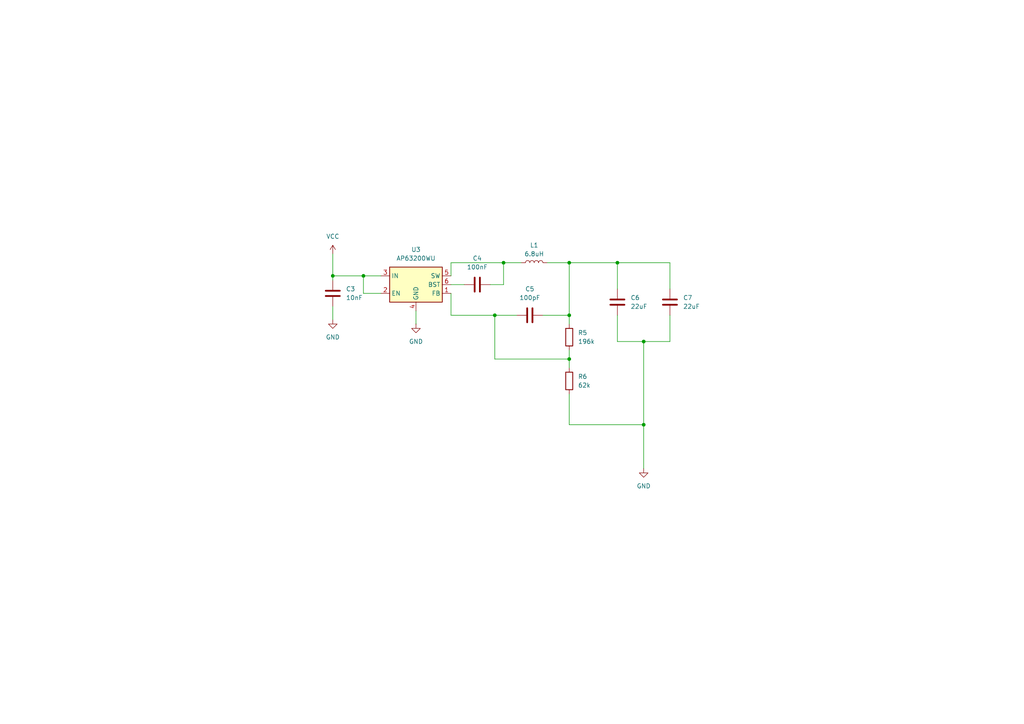
<source format=kicad_sch>
(kicad_sch (version 20250114) (generator "eeschema") (generator_version "9.0")
  (paper "A4")
  (lib_symbols
    (symbol "Device:C" (pin_numbers (hide yes)) (pin_names (offset 0.254))
      (property "Reference" "C" (at 0.635 2.54 0))
      (property "Value" "C" (at 0.635 -2.54 0))
      (symbol "C_0_1"
        (polyline (pts (xy -2.032 0.762) (xy 2.032 0.762)) (stroke (width 0.508)))
        (polyline (pts (xy -2.032 -0.762) (xy 2.032 -0.762)) (stroke (width 0.508)))
      )
      (symbol "C_1_1"
        (pin passive line (at 0 3.81 270) (length 2.794) (name "~") (number "1"))
        (pin passive line (at 0 -3.81 90) (length 2.794) (name "~") (number "2"))
      )
    )
    (symbol "Device:L" (pin_numbers (hide yes)) (pin_names (offset 1.016) (hide yes))
      (property "Reference" "L" (at -1.27 0 90))
      (property "Value" "L" (at 1.905 0 90))
      (symbol "L_0_1"
        (arc (start 0 2.54) (mid 0.6323 1.905) (end 0 1.27))
        (arc (start 0 1.27) (mid 0.6323 0.635) (end 0 0))
        (arc (start 0 0) (mid 0.6323 -0.635) (end 0 -1.27))
        (arc (start 0 -1.27) (mid 0.6323 -1.905) (end 0 -2.54))
      )
      (symbol "L_1_1"
        (pin passive line (at 0 3.81 270) (length 1.27) (name "1") (number "1"))
        (pin passive line (at 0 -3.81 90) (length 1.27) (name "2") (number "2"))
      )
    )
    (symbol "Device:R" (pin_numbers (hide yes)) (pin_names (offset 0))
      (property "Reference" "R" (at 2.032 0 90))
      (property "Value" "R" (at 0 0 90))
      (symbol "R_0_1"
        (rectangle (start -1.016 -2.54) (end 1.016 2.54) (stroke (width 0.254)))
      )
      (symbol "R_1_1"
        (pin passive line (at 0 3.81 270) (length 1.27) (name "~") (number "1"))
        (pin passive line (at 0 -3.81 90) (length 1.27) (name "~") (number "2"))
      )
    )
    (symbol "Regulator_Switching:AP63200WU"
      (property "Reference" "U" (at -7.62 6.35 0))
      (property "Value" "AP63200WU" (at 2.54 6.35 0))
      (symbol "AP63200WU_0_1"
        (rectangle (start -7.62 5.08) (end 7.62 -5.08) (stroke (width 0.254)) (fill (type background)))
      )
      (symbol "AP63200WU_1_1"
        (pin power_in line (at -10.16 2.54 0) (length 2.54) (name "IN") (number "3"))
        (pin input line (at -10.16 -2.54 0) (length 2.54) (name "EN") (number "2"))
        (pin power_in line (at 0 -7.62 90) (length 2.54) (name "GND") (number "4"))
        (pin output line (at 10.16 2.54 180) (length 2.54) (name "SW") (number "5"))
        (pin passive line (at 10.16 0 180) (length 2.54) (name "BST") (number "6"))
        (pin input line (at 10.16 -2.54 180) (length 2.54) (name "FB") (number "1"))
      )
    )
    (symbol "power:GND" (power) (pin_numbers (hide yes)) (pin_names (offset 0) (hide yes))
      (property "Value" "GND" (at 0 -3.81 0))
      (symbol "GND_0_1"
        (polyline (pts (xy 0 0) (xy 0 -1.27) (xy 1.27 -1.27) (xy 0 -2.54) (xy -1.27 -1.27) (xy 0 -1.27)))
      )
      (symbol "GND_1_1"
        (pin power_in line (at 0 0 270) (length 0) (name "~") (number "1"))
      )
    )
    (symbol "power:VCC" (power) (pin_numbers (hide yes)) (pin_names (offset 0) (hide yes))
      (property "Value" "VCC" (at 0 3.556 0))
      (symbol "VCC_0_1"
        (polyline (pts (xy -0.762 1.27) (xy 0 2.54)))
        (polyline (pts (xy 0 2.54) (xy 0.762 1.27)))
        (polyline (pts (xy 0 0) (xy 0 2.54)))
      )
      (symbol "VCC_1_1"
        (pin power_in line (at 0 0 90) (length 0) (name "~") (number "1"))
      )
    )
  )
  (junction (at 146.05 76.2))
  (junction (at 186.69 99.06))
  (junction (at 186.69 123.19))
  (junction (at 165.1 91.44))
  (junction (at 165.1 104.14))
  (junction (at 143.51 91.44))
  (junction (at 165.1 76.2))
  (junction (at 96.52 80.01))
  (junction (at 105.41 80.01))
  (junction (at 179.07 76.2))
  (wire (pts (xy 186.69 123.19) (xy 186.69 135.89)))
  (wire (pts (xy 194.31 99.06) (xy 194.31 91.44)))
  (wire (pts (xy 96.52 80.01) (xy 96.52 81.28)))
  (wire (pts (xy 165.1 114.3) (xy 165.1 123.19)))
  (wire (pts (xy 194.31 83.82) (xy 194.31 76.2)))
  (wire (pts (xy 179.07 99.06) (xy 186.69 99.06)))
  (wire (pts (xy 165.1 123.19) (xy 186.69 123.19)))
  (wire (pts (xy 143.51 91.44) (xy 149.86 91.44)))
  (wire (pts (xy 96.52 80.01) (xy 105.41 80.01)))
  (wire (pts (xy 186.69 99.06) (xy 186.69 123.19)))
  (wire (pts (xy 130.81 91.44) (xy 143.51 91.44)))
  (wire (pts (xy 105.41 80.01) (xy 110.49 80.01)))
  (wire (pts (xy 179.07 91.44) (xy 179.07 99.06)))
  (wire (pts (xy 146.05 82.55) (xy 142.24 82.55)))
  (wire (pts (xy 165.1 91.44) (xy 165.1 93.98)))
  (wire (pts (xy 96.52 73.66) (xy 96.52 80.01)))
  (wire (pts (xy 165.1 104.14) (xy 143.51 104.14)))
  (wire (pts (xy 158.75 76.2) (xy 165.1 76.2)))
  (wire (pts (xy 146.05 76.2) (xy 146.05 82.55)))
  (wire (pts (xy 179.07 76.2) (xy 165.1 76.2)))
  (wire (pts (xy 110.49 85.09) (xy 105.41 85.09)))
  (wire (pts (xy 120.65 90.17) (xy 120.65 93.98)))
  (wire (pts (xy 130.81 91.44) (xy 130.81 85.09)))
  (wire (pts (xy 157.48 91.44) (xy 165.1 91.44)))
  (wire (pts (xy 130.81 82.55) (xy 134.62 82.55)))
  (wire (pts (xy 165.1 101.6) (xy 165.1 104.14)))
  (wire (pts (xy 186.69 99.06) (xy 194.31 99.06)))
  (wire (pts (xy 105.41 85.09) (xy 105.41 80.01)))
  (wire (pts (xy 165.1 106.68) (xy 165.1 104.14)))
  (wire (pts (xy 96.52 88.9) (xy 96.52 92.71)))
  (wire (pts (xy 146.05 76.2) (xy 151.13 76.2)))
  (wire (pts (xy 130.81 76.2) (xy 146.05 76.2)))
  (wire (pts (xy 194.31 76.2) (xy 179.07 76.2)))
  (wire (pts (xy 179.07 83.82) (xy 179.07 76.2)))
  (wire (pts (xy 165.1 76.2) (xy 165.1 91.44)))
  (wire (pts (xy 130.81 80.01) (xy 130.81 76.2)))
  (wire (pts (xy 143.51 104.14) (xy 143.51 91.44)))
  (symbol (lib_id "Device:C") (at 138.43 82.55 90) (unit 1)
    (property "Reference" "C4" (at 138.43 74.93 90))
    (property "Value" "100nF" (at 138.43 77.47 90))
    (property "Description" "Unpolarized capacitor" (effects (hide yes)))
  )
  (symbol (lib_id "power:GND") (at 186.69 135.89 0) (unit 1)
    (property "Reference" "#PWR022" (effects (hide yes)))
    (property "Value" "GND" (at 186.69 140.97 0))
    (property "Description" "Power symbol creates a global label with name \"GND\" , ground" (effects (hide yes)))
  )
  (symbol (lib_id "Device:R") (at 165.1 110.49 0) (unit 1)
    (property "Reference" "R6" (at 167.64 109.2199 0) (effects (justify left)))
    (property "Value" "62k" (at 167.64 111.7599 0) (effects (justify left)))
    (property "Description" "Resistor" (effects (hide yes)))
  )
  (symbol (lib_id "Device:L") (at 154.94 76.2 90) (unit 1)
    (property "Reference" "L1" (at 154.94 71.12 90))
    (property "Value" "6.8uH" (at 154.94 73.66 90))
    (property "Description" "Inductor" (effects (hide yes)))
  )
  (symbol (lib_id "Device:C") (at 179.07 87.63 0) (unit 1)
    (property "Reference" "C6" (at 182.88 86.3599 0) (effects (justify left)))
    (property "Value" "22uF" (at 182.88 88.8999 0) (effects (justify left)))
    (property "Description" "Unpolarized capacitor" (effects (hide yes)))
  )
  (symbol (lib_id "power:GND") (at 96.52 92.71 0) (unit 1)
    (property "Reference" "#PWR020" (effects (hide yes)))
    (property "Value" "GND" (at 96.52 97.79 0))
    (property "Description" "Power symbol creates a global label with name \"GND\" , ground" (effects (hide yes)))
  )
  (symbol (lib_id "Device:R") (at 165.1 97.79 0) (unit 1)
    (property "Reference" "R5" (at 167.64 96.5199 0) (effects (justify left)))
    (property "Value" "196k" (at 167.64 99.0599 0) (effects (justify left)))
    (property "Description" "Resistor" (effects (hide yes)))
  )
  (symbol (lib_id "power:VCC") (at 96.52 73.66 0) (unit 1)
    (property "Reference" "#PWR019" (effects (hide yes)))
    (property "Value" "VCC" (at 96.52 68.58 0))
    (property "Description" "Power symbol creates a global label with name \"VCC\"" (effects (hide yes)))
  )
  (symbol (lib_id "Device:C") (at 153.67 91.44 90) (unit 1)
    (property "Reference" "C5" (at 153.67 83.82 90))
    (property "Value" "100pF" (at 153.67 86.36 90))
    (property "Description" "Unpolarized capacitor" (effects (hide yes)))
  )
  (symbol (lib_id "power:GND") (at 120.65 93.98 0) (unit 1)
    (property "Reference" "#PWR021" (effects (hide yes)))
    (property "Value" "GND" (at 120.65 99.06 0))
    (property "Description" "Power symbol creates a global label with name \"GND\" , ground" (effects (hide yes)))
  )
  (symbol (lib_id "Device:C") (at 194.31 87.63 180) (unit 1)
    (property "Reference" "C7" (at 198.12 86.3599 0) (effects (justify right)))
    (property "Value" "22uF" (at 198.12 88.8999 0) (effects (justify right)))
    (property "Description" "Unpolarized capacitor" (effects (hide yes)))
  )
  (symbol (lib_id "Regulator_Switching:AP63200WU") (at 120.65 82.55 0) (unit 1)
    (property "Reference" "U3" (at 120.65 72.39 0))
    (property "Value" "AP63200WU" (at 120.65 74.93 0))
    (property "Footprint" "Package_TO_SOT_SMD:TSOT-23-6" (effects (hide yes)))
    (property "Datasheet" "https://www.diodes.com/assets/Datasheets/AP63200-AP63201-AP63203-AP63205.pdf" (effects (hide yes)))
    (property "Description" "2A, 500kHz Buck DC/DC Converter, adjustable output voltage, TSOT-23-6" (effects (hide yes)))
  )
  (symbol (lib_id "Device:C") (at 96.52 85.09 0) (unit 1)
    (property "Reference" "C3" (at 100.33 83.8199 0) (effects (justify left)))
    (property "Value" "10nF" (at 100.33 86.3599 0) (effects (justify left)))
    (property "Description" "Unpolarized capacitor" (effects (hide yes)))
  )
)
</source>
